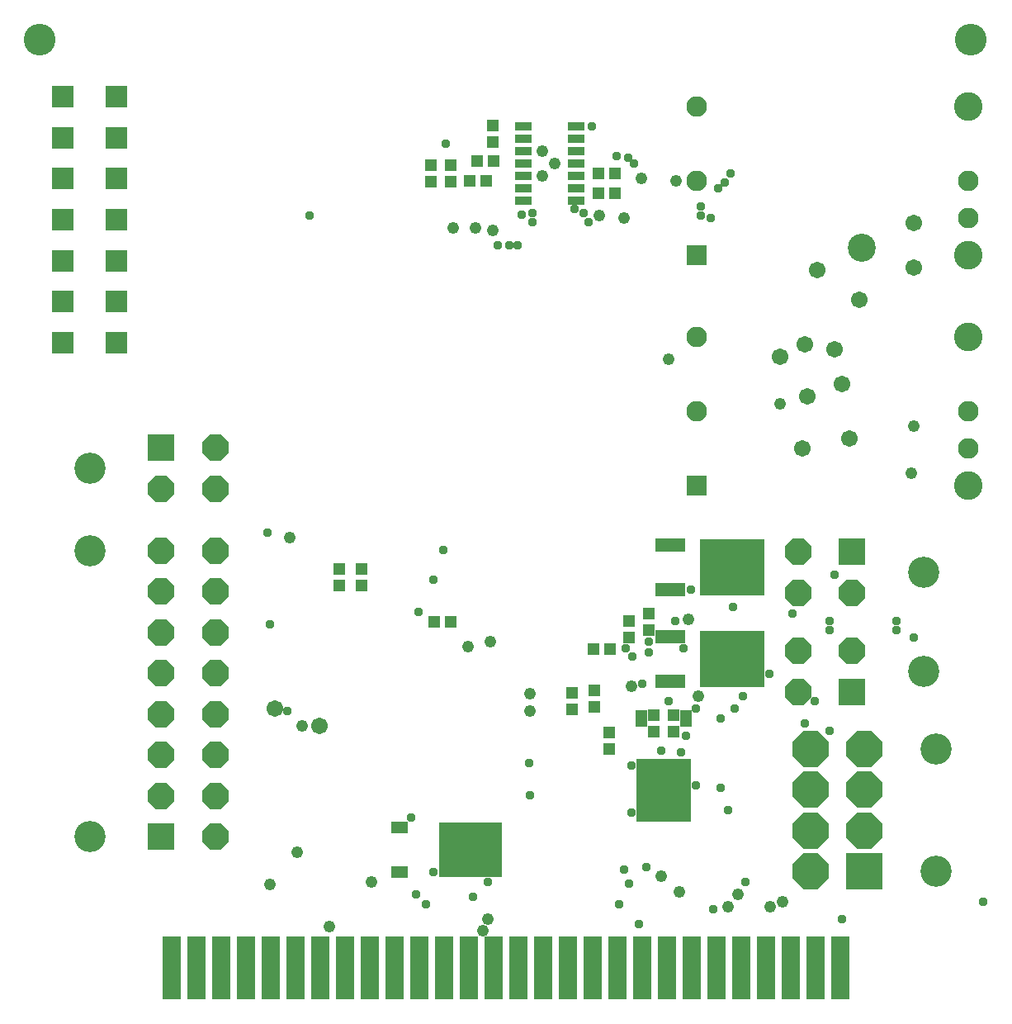
<source format=gbr>
G04 EAGLE Gerber RS-274X export*
G75*
%MOMM*%
%FSLAX34Y34*%
%LPD*%
%INSoldermask Bottom*%
%IPPOS*%
%AMOC8*
5,1,8,0,0,1.08239X$1,22.5*%
G01*
%ADD10C,3.251200*%
%ADD11R,1.854200X6.553200*%
%ADD12P,2.969212X8X22.500000*%
%ADD13R,2.743200X2.743200*%
%ADD14C,3.203200*%
%ADD15R,1.203200X1.303200*%
%ADD16R,1.303200X1.203200*%
%ADD17R,2.114200X2.114200*%
%ADD18C,2.114200*%
%ADD19C,2.939200*%
%ADD20R,6.403200X5.603200*%
%ADD21R,1.803200X1.203200*%
%ADD22R,5.603200X6.403200*%
%ADD23R,1.203200X1.803200*%
%ADD24R,1.728200X0.853200*%
%ADD25P,4.008307X8X202.500000*%
%ADD26R,3.703200X3.703200*%
%ADD27R,3.053200X1.453200*%
%ADD28R,6.703200X5.753200*%
%ADD29P,2.969212X8X202.500000*%
%ADD30R,2.303200X2.303200*%
%ADD31C,0.959600*%
%ADD32C,2.870200*%
%ADD33C,1.703200*%
%ADD34C,1.244600*%
%ADD35C,1.209600*%


D10*
X30480Y985520D03*
X985520Y985520D03*
D11*
X165815Y34230D03*
X191215Y34230D03*
X216615Y34230D03*
X242015Y34230D03*
X267415Y34230D03*
X292815Y34230D03*
X318215Y34230D03*
X343615Y34230D03*
X369015Y34230D03*
X394415Y34230D03*
X419815Y34230D03*
X445215Y34230D03*
X470615Y34230D03*
X496015Y34230D03*
X572215Y34230D03*
X597615Y34230D03*
X623015Y34230D03*
X648415Y34230D03*
X673815Y34230D03*
X699215Y34230D03*
X724615Y34230D03*
X750015Y34230D03*
X775415Y34230D03*
X800815Y34230D03*
X826215Y34230D03*
X851615Y34230D03*
X546815Y34230D03*
X521415Y34230D03*
D12*
X210058Y461645D03*
X210058Y419735D03*
X210058Y377825D03*
X210058Y335915D03*
X210058Y294005D03*
X210058Y252095D03*
X210058Y210185D03*
X210058Y168275D03*
X154940Y461645D03*
X154940Y419735D03*
X154940Y377825D03*
X154940Y335915D03*
X154940Y294005D03*
X154940Y252095D03*
X154940Y210185D03*
D13*
X154940Y168275D03*
D14*
X81940Y461645D03*
X81940Y168275D03*
D15*
X451730Y388620D03*
X434730Y388620D03*
X615560Y360680D03*
X598560Y360680D03*
D16*
X635000Y372500D03*
X635000Y389500D03*
D17*
X703780Y528520D03*
D18*
X703780Y604520D03*
X703780Y680520D03*
D19*
X982780Y680520D03*
D18*
X982780Y604520D03*
X982780Y566520D03*
D19*
X982780Y528520D03*
D17*
X703780Y764740D03*
D18*
X703780Y840740D03*
X703780Y916740D03*
D19*
X982780Y916740D03*
D18*
X982780Y840740D03*
X982780Y802740D03*
D19*
X982780Y764740D03*
D20*
X472040Y154940D03*
D21*
X399040Y132140D03*
X399040Y177740D03*
D22*
X670560Y216300D03*
D23*
X647760Y289300D03*
X693360Y289300D03*
D16*
X614680Y258200D03*
X614680Y275200D03*
X680720Y292980D03*
X680720Y275980D03*
D15*
X660400Y275980D03*
X660400Y292980D03*
D24*
X526600Y820420D03*
X526600Y833120D03*
X526600Y845820D03*
X526600Y858520D03*
X526600Y871220D03*
X526600Y883920D03*
X526600Y896620D03*
X580840Y896620D03*
X580840Y883920D03*
X580840Y871220D03*
X580840Y858520D03*
X580840Y845820D03*
X580840Y833120D03*
X580840Y820420D03*
D16*
X431800Y856860D03*
X431800Y839860D03*
X452120Y856860D03*
X452120Y839860D03*
X337820Y425840D03*
X337820Y442840D03*
D15*
X471560Y840740D03*
X488560Y840740D03*
X479180Y861060D03*
X496180Y861060D03*
D16*
X360680Y425840D03*
X360680Y442840D03*
D15*
X620640Y848360D03*
X603640Y848360D03*
X603640Y828040D03*
X620640Y828040D03*
D16*
X495300Y897500D03*
X495300Y880500D03*
D12*
X210058Y525145D03*
X210058Y567055D03*
X154940Y525145D03*
D13*
X154940Y567055D03*
D14*
X81940Y546100D03*
D25*
X821182Y258445D03*
X821182Y216535D03*
X821182Y174625D03*
X821182Y132715D03*
X876300Y258445D03*
X876300Y216535D03*
X876300Y174625D03*
D26*
X876300Y132715D03*
D14*
X949300Y258445D03*
X949300Y132715D03*
D27*
X676660Y327720D03*
D28*
X740660Y350520D03*
D27*
X676660Y373320D03*
X676660Y421700D03*
D28*
X740660Y444500D03*
D27*
X676660Y467300D03*
D29*
X808482Y418465D03*
X808482Y460375D03*
X863600Y418465D03*
D13*
X863600Y460375D03*
D14*
X936600Y439420D03*
D29*
X808482Y358775D03*
X808482Y316865D03*
X863600Y358775D03*
D13*
X863600Y316865D03*
D14*
X936600Y337820D03*
D30*
X109220Y927100D03*
X54220Y927100D03*
X109220Y885100D03*
X54220Y885100D03*
X54220Y843100D03*
X109220Y843100D03*
X109220Y801100D03*
X54220Y801100D03*
X109220Y759100D03*
X109220Y717100D03*
X54220Y675100D03*
X109220Y675100D03*
X54220Y717100D03*
X54220Y759100D03*
D16*
X599440Y318380D03*
X599440Y301380D03*
X576580Y315840D03*
X576580Y298840D03*
X655320Y380120D03*
X655320Y397120D03*
D31*
X840740Y276860D03*
D32*
X873760Y772160D03*
D33*
X927100Y751840D03*
X927100Y797560D03*
D34*
X924560Y541020D03*
X927100Y589280D03*
X789940Y612140D03*
X266700Y119380D03*
D31*
X754380Y121920D03*
X703580Y220980D03*
X741680Y403860D03*
D33*
X815340Y673100D03*
X317500Y281940D03*
X271674Y299720D03*
X789940Y660400D03*
X845820Y668020D03*
X853440Y632460D03*
X817880Y619760D03*
X812800Y566420D03*
X861060Y576580D03*
X871220Y718820D03*
X828040Y749300D03*
D31*
X728980Y218440D03*
D35*
X746760Y109220D03*
X792480Y101600D03*
X736600Y96520D03*
X779780Y96520D03*
D31*
X736600Y195580D03*
X532356Y243840D03*
X411480Y187960D03*
X307340Y805180D03*
X264160Y480060D03*
X284480Y297180D03*
X474980Y106680D03*
X416560Y109220D03*
D34*
X294640Y152400D03*
D31*
X802640Y397200D03*
X778466Y335280D03*
X266700Y386080D03*
X419100Y398780D03*
X500380Y774700D03*
X524834Y806126D03*
X579076Y811864D03*
X622300Y866140D03*
X739140Y848360D03*
X718820Y802640D03*
X728980Y289560D03*
X434340Y431800D03*
X708660Y814296D03*
X726440Y833120D03*
X640080Y858520D03*
X592864Y798632D03*
X535940Y798632D03*
X520672Y774700D03*
X444500Y462280D03*
X743148Y299946D03*
X690502Y361764D03*
X681792Y389956D03*
X674994Y307340D03*
X693420Y271780D03*
X652780Y137160D03*
X909320Y380266D03*
X840740Y380266D03*
X853440Y83820D03*
X998220Y101600D03*
X909320Y389354D03*
X840740Y389354D03*
D34*
X629920Y802640D03*
X370840Y121920D03*
X490220Y83820D03*
X484709Y72448D03*
X327486Y76200D03*
X675640Y657860D03*
D31*
X815340Y284254D03*
X426720Y99060D03*
X645160Y78740D03*
X624840Y99060D03*
X629920Y134620D03*
X637540Y193040D03*
X447040Y878840D03*
X751840Y312420D03*
X703580Y299720D03*
D34*
X287020Y474980D03*
X492760Y368671D03*
X533146Y314960D03*
D31*
X647832Y325120D03*
D34*
X299720Y281940D03*
X469900Y363220D03*
X533400Y297180D03*
X637319Y322580D03*
X495300Y789940D03*
X604520Y805180D03*
X647700Y843280D03*
X683260Y840740D03*
X695960Y391160D03*
X706120Y312420D03*
X667365Y127655D03*
X686269Y111760D03*
D31*
X698500Y421640D03*
X845594Y436880D03*
X927100Y372420D03*
X533400Y210820D03*
X434340Y132080D03*
X490220Y121920D03*
X635000Y120241D03*
X721360Y93980D03*
X596900Y896620D03*
X708660Y805208D03*
X732866Y839546D03*
X633654Y864946D03*
X587784Y807720D03*
X535940Y807720D03*
X511584Y774700D03*
X631666Y361474D03*
X637695Y353063D03*
X825500Y307114D03*
X688340Y255146D03*
X637540Y241300D03*
X668020Y256540D03*
D34*
X454660Y792480D03*
X546100Y845820D03*
X477520Y792480D03*
X558800Y858520D03*
X546100Y871220D03*
D31*
X654710Y357530D03*
X655320Y368300D03*
M02*

</source>
